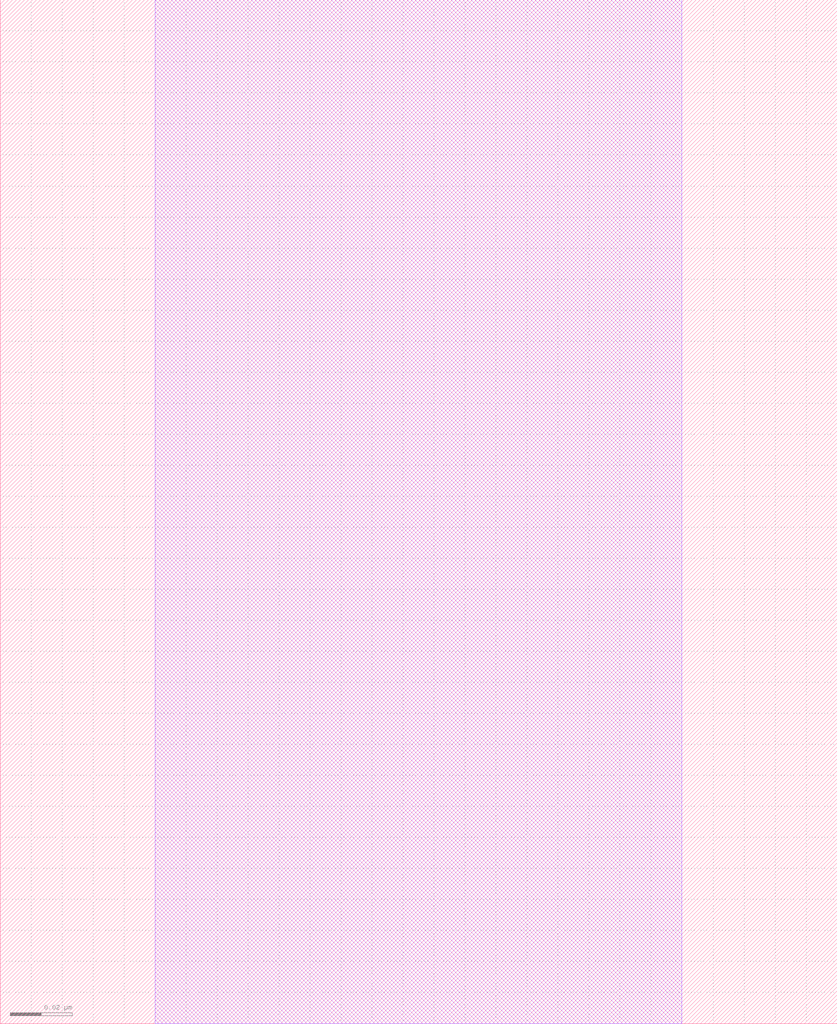
<source format=lef>
VERSION 5.7 ;
  NOWIREEXTENSIONATPIN ON ;
  DIVIDERCHAR "/" ;
  BUSBITCHARS "[]" ;
MACRO /home/bjmuld/work/hilas/fastlane/PDKs/sky130A_hilas/libs.ref/sky130_hilas_sc/mag/sky130_hilas_poly2li
  CLASS BLOCK ;
  FOREIGN /home/bjmuld/work/hilas/fastlane/PDKs/sky130A_hilas/libs.ref/sky130_hilas_sc/mag/sky130_hilas_poly2li ;
  ORIGIN 0.090 0.140 ;
  SIZE 0.270 BY 0.330 ;
  OBS
      LAYER li1 ;
        RECT -0.040 -0.140 0.130 0.190 ;
  END
END /home/bjmuld/work/hilas/fastlane/PDKs/sky130A_hilas/libs.ref/sky130_hilas_sc/mag/sky130_hilas_poly2li
END LIBRARY


</source>
